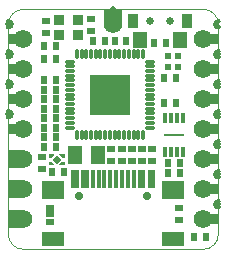
<source format=gts>
G04*
G04 #@! TF.GenerationSoftware,Altium Limited,Altium Designer,24.6.1 (21)*
G04*
G04 Layer_Color=8388736*
%FSLAX25Y25*%
%MOIN*%
G70*
G04*
G04 #@! TF.SameCoordinates,E89A06A7-0658-4A87-8E90-D679E4E66743*
G04*
G04*
G04 #@! TF.FilePolarity,Negative*
G04*
G01*
G75*
%ADD11C,0.00394*%
%ADD36C,0.01575*%
%ADD37R,0.01417X0.05945*%
%ADD38R,0.07323X0.05945*%
%ADD39R,0.07323X0.04961*%
%ADD40R,0.03780X0.03386*%
%ADD41R,0.06535X0.01024*%
%ADD42R,0.01221X0.03386*%
%ADD43C,0.01968*%
%ADD44R,0.03780X0.04961*%
%ADD45R,0.04764X0.05354*%
%ADD46R,0.13622X0.13622*%
%ADD47O,0.01024X0.03780*%
%ADD48O,0.03780X0.01024*%
%ADD49R,0.02598X0.02205*%
%ADD50R,0.02992X0.02284*%
%ADD51R,0.02992X0.04370*%
%ADD52R,0.02008X0.02008*%
%ADD53R,0.04961X0.06142*%
%ADD54R,0.00630X0.00630*%
%ADD55P,0.03007X4X360.0*%
%ADD56R,0.02205X0.02598*%
%ADD57C,0.02795*%
%ADD58C,0.02598*%
%ADD59C,0.06142*%
%ADD60R,0.02736X0.03386*%
%ADD61R,0.05236X0.06142*%
%ADD62R,0.06142X0.05236*%
G36*
X14393Y29250D02*
X14415Y29243D01*
X14436Y29232D01*
X14454Y29218D01*
X15241Y28430D01*
X15256Y28412D01*
X15267Y28392D01*
X15274Y28370D01*
X15276Y28346D01*
Y28150D01*
X15274Y28126D01*
X15267Y28104D01*
X15256Y28084D01*
X15241Y28066D01*
X15223Y28051D01*
X15203Y28040D01*
X15181Y28033D01*
X15157Y28031D01*
X13583D01*
X13559Y28033D01*
X13537Y28040D01*
X13517Y28051D01*
X13499Y28066D01*
X13484Y28084D01*
X13473Y28104D01*
X13466Y28126D01*
X13464Y28150D01*
Y29134D01*
X13466Y29157D01*
X13473Y29179D01*
X13484Y29200D01*
X13499Y29218D01*
X13517Y29232D01*
X13537Y29243D01*
X13559Y29250D01*
X13583Y29253D01*
X14370D01*
X14393Y29250D01*
D02*
G37*
G36*
X15181Y31809D02*
X15203Y31803D01*
X15223Y31792D01*
X15241Y31777D01*
X15256Y31759D01*
X15267Y31738D01*
X15274Y31716D01*
X15276Y31693D01*
Y31496D01*
X15274Y31473D01*
X15267Y31451D01*
X15256Y31430D01*
X15241Y31412D01*
X14454Y30625D01*
X14436Y30610D01*
X14415Y30599D01*
X14393Y30592D01*
X14370Y30590D01*
X13583D01*
X13559Y30592D01*
X13537Y30599D01*
X13517Y30610D01*
X13499Y30625D01*
X13484Y30643D01*
X13473Y30663D01*
X13466Y30685D01*
X13464Y30709D01*
Y31693D01*
X13466Y31716D01*
X13473Y31738D01*
X13484Y31759D01*
X13499Y31777D01*
X13517Y31792D01*
X13537Y31803D01*
X13559Y31809D01*
X13583Y31812D01*
X15157D01*
X15181Y31809D01*
D02*
G37*
G36*
X18724Y29250D02*
X18746Y29243D01*
X18767Y29232D01*
X18785Y29218D01*
X18800Y29200D01*
X18810Y29179D01*
X18817Y29157D01*
X18820Y29134D01*
Y28150D01*
X18817Y28126D01*
X18810Y28104D01*
X18800Y28084D01*
X18785Y28066D01*
X18767Y28051D01*
X18746Y28040D01*
X18724Y28033D01*
X18701Y28031D01*
X17126D01*
X17103Y28033D01*
X17081Y28040D01*
X17060Y28051D01*
X17042Y28066D01*
X17027Y28084D01*
X17016Y28104D01*
X17010Y28126D01*
X17007Y28150D01*
Y28346D01*
X17010Y28370D01*
X17016Y28392D01*
X17027Y28412D01*
X17042Y28430D01*
X17830Y29218D01*
X17848Y29232D01*
X17868Y29243D01*
X17890Y29250D01*
X17913Y29253D01*
X18701D01*
X18724Y29250D01*
D02*
G37*
G36*
Y31809D02*
X18746Y31803D01*
X18767Y31792D01*
X18785Y31777D01*
X18800Y31759D01*
X18810Y31738D01*
X18817Y31716D01*
X18820Y31693D01*
Y30709D01*
X18817Y30685D01*
X18810Y30663D01*
X18800Y30643D01*
X18785Y30625D01*
X18767Y30610D01*
X18746Y30599D01*
X18724Y30592D01*
X18701Y30590D01*
X17913D01*
X17890Y30592D01*
X17868Y30599D01*
X17848Y30610D01*
X17830Y30625D01*
X17042Y31412D01*
X17027Y31430D01*
X17016Y31451D01*
X17010Y31473D01*
X17007Y31496D01*
Y31693D01*
X17010Y31716D01*
X17016Y31738D01*
X17027Y31759D01*
X17042Y31777D01*
X17060Y31792D01*
X17081Y31803D01*
X17103Y31809D01*
X17126Y31812D01*
X18701D01*
X18724Y31809D01*
D02*
G37*
D11*
X65000Y-0D02*
G03*
X70000Y5000I0J5000D01*
G01*
X70000Y75000D02*
G03*
X65000Y80000I-5000J0D01*
G01*
X5000Y80000D02*
G03*
X0Y75000I0J-5000D01*
G01*
X-0Y5000D02*
G03*
X5000Y0I5000J0D01*
G01*
X0Y5000D02*
Y75000D01*
X5000Y80000D02*
X65000D01*
X70000Y5000D02*
Y75000D01*
X5000Y0D02*
X65000D01*
D36*
X70000Y15984D02*
G03*
X70000Y14016I-0J-984D01*
G01*
X70000Y25984D02*
G03*
X70000Y24016I-0J-984D01*
G01*
X70000Y35984D02*
G03*
X70000Y34016I-0J-984D01*
G01*
X70000Y45984D02*
G03*
X70000Y44016I-0J-984D01*
G01*
X70000Y55984D02*
G03*
X70000Y54016I-0J-984D01*
G01*
X70000Y65984D02*
G03*
X70000Y64016I-0J-984D01*
G01*
X70000Y75984D02*
G03*
X70000Y74016I-0J-984D01*
G01*
X-0Y44016D02*
G03*
X-0Y45984I0J984D01*
G01*
X-0Y54016D02*
G03*
X-0Y55984I0J984D01*
G01*
X-0Y74016D02*
G03*
X-0Y75984I0J984D01*
G01*
X-0Y64016D02*
G03*
X-0Y65984I0J984D01*
G01*
D37*
X24961Y23455D02*
D03*
X26142Y23455D02*
D03*
X28110Y23455D02*
D03*
X30079D02*
D03*
X32047Y23455D02*
D03*
X34016D02*
D03*
X35984D02*
D03*
X37953D02*
D03*
X39921Y23455D02*
D03*
X41890D02*
D03*
X43858D02*
D03*
X45039Y23455D02*
D03*
X48287Y23455D02*
D03*
X47106Y23455D02*
D03*
X22894Y23455D02*
D03*
X21713Y23455D02*
D03*
D38*
X54961Y19852D02*
D03*
X15039D02*
D03*
D39*
Y3396D02*
D03*
X54961D02*
D03*
D40*
X16831Y71555D02*
D03*
X23327Y76476D02*
D03*
X16831D02*
D03*
X23327Y71555D02*
D03*
D41*
X55118Y38189D02*
D03*
D42*
X52165Y32500D02*
D03*
X54134D02*
D03*
X56102D02*
D03*
X58071D02*
D03*
X52165Y43878D02*
D03*
X54134D02*
D03*
X56102D02*
D03*
X58071D02*
D03*
D43*
X70000Y25000D02*
D03*
X35000Y80000D02*
D03*
X0Y55000D02*
D03*
X70000Y65000D02*
D03*
Y55000D02*
D03*
Y45000D02*
D03*
Y35000D02*
D03*
X0Y45000D02*
D03*
Y65000D02*
D03*
X-0Y75000D02*
D03*
X70000Y15000D02*
D03*
D44*
X59554Y76000D02*
D03*
X41445D02*
D03*
D45*
X57095Y69898D02*
D03*
X43905D02*
D03*
D46*
X33858Y51575D02*
D03*
D47*
X44882Y38189D02*
D03*
X43307Y38189D02*
D03*
X41732Y38189D02*
D03*
X40157D02*
D03*
X38583D02*
D03*
X37008D02*
D03*
X35433D02*
D03*
X33858D02*
D03*
X32283D02*
D03*
X30709D02*
D03*
X29134D02*
D03*
X27559Y38189D02*
D03*
X25984D02*
D03*
X24409D02*
D03*
X22835Y38189D02*
D03*
X22835Y64961D02*
D03*
X24409D02*
D03*
X25984D02*
D03*
X27559D02*
D03*
X29134D02*
D03*
X30709D02*
D03*
X32283D02*
D03*
X33858Y64961D02*
D03*
X35433Y64961D02*
D03*
X37008Y64961D02*
D03*
X38583Y64961D02*
D03*
X40157D02*
D03*
X41732D02*
D03*
X43307D02*
D03*
X44882D02*
D03*
D48*
X20472Y40551D02*
D03*
Y42126D02*
D03*
Y43701D02*
D03*
Y45276D02*
D03*
Y46850D02*
D03*
X20472Y48425D02*
D03*
X20472Y50000D02*
D03*
X20472Y51575D02*
D03*
X20472Y53150D02*
D03*
Y54724D02*
D03*
Y56299D02*
D03*
Y57874D02*
D03*
Y59449D02*
D03*
Y61024D02*
D03*
Y62598D02*
D03*
X47244Y62598D02*
D03*
X47244Y61024D02*
D03*
Y59449D02*
D03*
Y57874D02*
D03*
X47244Y56299D02*
D03*
Y54724D02*
D03*
Y53150D02*
D03*
Y51575D02*
D03*
Y50000D02*
D03*
Y48425D02*
D03*
Y46850D02*
D03*
Y45276D02*
D03*
Y43701D02*
D03*
X47244Y42126D02*
D03*
X47244Y40551D02*
D03*
D49*
X41339Y33465D02*
D03*
Y29528D02*
D03*
X37795Y33465D02*
D03*
Y29528D02*
D03*
X11220Y30709D02*
D03*
Y26772D02*
D03*
X57000Y13787D02*
D03*
Y9850D02*
D03*
X27559Y76772D02*
D03*
Y72835D02*
D03*
X12598Y72047D02*
D03*
Y75984D02*
D03*
X48031Y33465D02*
D03*
Y29528D02*
D03*
X34252Y33465D02*
D03*
Y29528D02*
D03*
X44488Y33465D02*
D03*
Y29528D02*
D03*
D50*
X14000Y9177D02*
D03*
D51*
Y12779D02*
D03*
D52*
X56398Y64272D02*
D03*
X53051D02*
D03*
Y60925D02*
D03*
X56398D02*
D03*
D53*
X22244Y31496D02*
D03*
X29724D02*
D03*
D54*
X13976Y31201D02*
D03*
Y28642D02*
D03*
X18307D02*
D03*
Y31201D02*
D03*
D55*
X16142Y29921D02*
D03*
D56*
X11811Y53150D02*
D03*
X15748D02*
D03*
X53150Y25295D02*
D03*
X57087D02*
D03*
X18504Y25787D02*
D03*
X14567D02*
D03*
X62032Y4000D02*
D03*
X65969D02*
D03*
X48531Y68898D02*
D03*
X52469D02*
D03*
X11811Y67716D02*
D03*
X15748D02*
D03*
X57087Y28839D02*
D03*
X53150D02*
D03*
X51968Y48819D02*
D03*
X55905D02*
D03*
X32283Y69291D02*
D03*
X28346D02*
D03*
X15748Y43701D02*
D03*
X11811D02*
D03*
X15748Y56299D02*
D03*
X11811D02*
D03*
X51968Y57087D02*
D03*
X55905D02*
D03*
X15748Y63386D02*
D03*
X11811D02*
D03*
X39370Y69291D02*
D03*
X35433D02*
D03*
X15748Y37402D02*
D03*
X11811D02*
D03*
X15748Y34252D02*
D03*
X11811D02*
D03*
X15748Y46850D02*
D03*
X11811D02*
D03*
Y40551D02*
D03*
X15748D02*
D03*
X11811Y50000D02*
D03*
X15748D02*
D03*
D57*
X23622Y17764D02*
D03*
X46378D02*
D03*
D58*
X53847Y76000D02*
D03*
X47153D02*
D03*
D59*
X65000Y10000D02*
D03*
Y20000D02*
D03*
Y30000D02*
D03*
Y40000D02*
D03*
Y50000D02*
D03*
Y70000D02*
D03*
Y60000D02*
D03*
X5000Y10000D02*
D03*
Y20000D02*
D03*
Y30000D02*
D03*
Y40000D02*
D03*
Y50000D02*
D03*
Y70000D02*
D03*
Y60000D02*
D03*
X35000Y75000D02*
D03*
D60*
X1250Y70000D02*
D03*
Y60000D02*
D03*
Y50000D02*
D03*
Y40000D02*
D03*
X68750D02*
D03*
Y30000D02*
D03*
Y70000D02*
D03*
Y20000D02*
D03*
Y10000D02*
D03*
Y60000D02*
D03*
Y50000D02*
D03*
D61*
X2500Y10000D02*
D03*
Y30000D02*
D03*
Y20000D02*
D03*
D62*
X35000Y77500D02*
D03*
M02*

</source>
